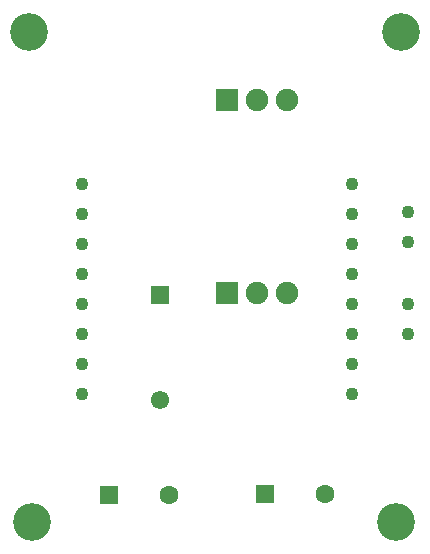
<source format=gbr>
%TF.GenerationSoftware,Altium Limited,Altium Designer,24.7.2 (38)*%
G04 Layer_Color=16711935*
%FSLAX45Y45*%
%MOMM*%
%TF.SameCoordinates,2370CFE6-064A-4C8F-A3BC-26C693B17082*%
%TF.FilePolarity,Negative*%
%TF.FileFunction,Soldermask,Bot*%
%TF.Part,Single*%
G01*
G75*
%TA.AperFunction,ComponentPad*%
%ADD16C,1.55000*%
%ADD17R,1.55000X1.55000*%
%ADD25C,1.10320*%
%ADD26C,1.60400*%
%ADD27R,1.60400X1.60400*%
%ADD28C,1.90320*%
%ADD29R,1.90320X1.90320*%
%TA.AperFunction,ViaPad*%
%ADD30C,3.20320*%
D16*
X1277900Y1384800D02*
D03*
D17*
Y2272800D02*
D03*
D25*
X617500Y1435100D02*
D03*
Y1689100D02*
D03*
Y1943100D02*
D03*
Y2197100D02*
D03*
Y2451100D02*
D03*
Y2705100D02*
D03*
Y2959100D02*
D03*
Y3213100D02*
D03*
X2903500Y1435100D02*
D03*
Y1689100D02*
D03*
Y1943100D02*
D03*
Y2197100D02*
D03*
Y2451100D02*
D03*
Y2705100D02*
D03*
Y2959100D02*
D03*
Y3213100D02*
D03*
X3379400Y2971800D02*
D03*
Y2717800D02*
D03*
Y2197100D02*
D03*
Y1943100D02*
D03*
D26*
X2674900Y584200D02*
D03*
X1350000Y580000D02*
D03*
D27*
X2166900Y584200D02*
D03*
X842000Y580000D02*
D03*
D28*
X2354000Y3924300D02*
D03*
X2100000D02*
D03*
X2354000Y2286000D02*
D03*
X2100000D02*
D03*
D29*
X1846000Y3924300D02*
D03*
Y2286000D02*
D03*
D30*
X3320000Y4500000D02*
D03*
X3280000Y350000D02*
D03*
X190000D02*
D03*
X170000Y4500000D02*
D03*
%TF.MD5,91cae647b5b48652f011091babf6397d*%
M02*

</source>
